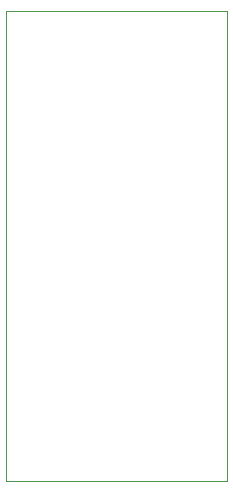
<source format=gko>
G75*
%MOIN*%
%OFA0B0*%
%FSLAX25Y25*%
%IPPOS*%
%LPD*%
%AMOC8*
5,1,8,0,0,1.08239X$1,22.5*
%
%ADD10C,0.00000*%
D10*
X0014107Y0005000D02*
X0014107Y0161701D01*
X0088028Y0161701D01*
X0088028Y0005000D01*
X0014107Y0005000D01*
M02*

</source>
